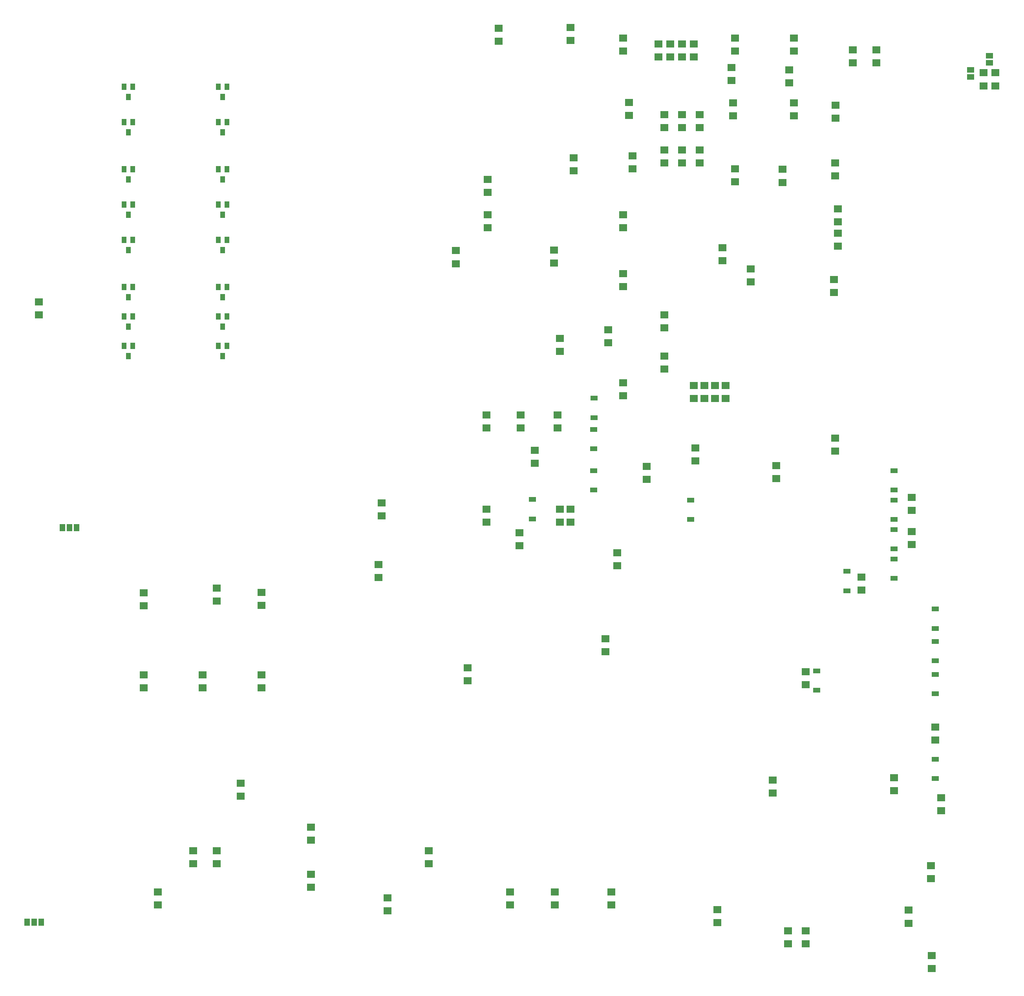
<source format=gbp>
G04 EAGLE Gerber RS-274X export*
G75*
%MOMM*%
%FSLAX34Y34*%
%LPD*%
%INSolderpaste Bottom*%
%IPPOS*%
%AMOC8*
5,1,8,0,0,1.08239X$1,22.5*%
G01*
%ADD10R,1.000000X1.400000*%
%ADD11R,1.803000X1.600000*%
%ADD12R,1.800000X1.600000*%
%ADD13R,1.600000X1.000000*%
%ADD14R,1.600200X1.168400*%
%ADD15R,1.168400X1.600200*%


D10*
X269900Y1738200D03*
X288900Y1738200D03*
X279400Y1716200D03*
X473100Y1738200D03*
X492100Y1738200D03*
X482600Y1716200D03*
X269900Y1662000D03*
X288900Y1662000D03*
X279400Y1640000D03*
X473100Y1662000D03*
X492100Y1662000D03*
X482600Y1640000D03*
X269900Y1560400D03*
X288900Y1560400D03*
X279400Y1538400D03*
X473100Y1560400D03*
X492100Y1560400D03*
X482600Y1538400D03*
X269900Y1496900D03*
X288900Y1496900D03*
X279400Y1474900D03*
X473100Y1496900D03*
X492100Y1496900D03*
X482600Y1474900D03*
X269900Y1433400D03*
X288900Y1433400D03*
X279400Y1411400D03*
X473100Y1433400D03*
X492100Y1433400D03*
X482600Y1411400D03*
X269900Y1992200D03*
X288900Y1992200D03*
X279400Y1970200D03*
X473100Y1992200D03*
X492100Y1992200D03*
X482600Y1970200D03*
X269900Y1916000D03*
X288900Y1916000D03*
X279400Y1894000D03*
X473100Y1916000D03*
X492100Y1916000D03*
X482600Y1894000D03*
X269900Y1814400D03*
X288900Y1814400D03*
X279400Y1792400D03*
X473100Y1814400D03*
X492100Y1814400D03*
X482600Y1792400D03*
D11*
X1122680Y1001780D03*
X1122680Y1030220D03*
D12*
X673100Y367000D03*
X673100Y395000D03*
X673100Y265400D03*
X673100Y293400D03*
D11*
X1051560Y1052580D03*
X1051560Y1081020D03*
D13*
X1150620Y1101770D03*
X1150620Y1059770D03*
X1282700Y1122000D03*
X1282700Y1164000D03*
X1282700Y1210900D03*
X1282700Y1252900D03*
X1283970Y1278210D03*
X1283970Y1320210D03*
D12*
X1397000Y1145510D03*
X1397000Y1173510D03*
D11*
X1155700Y1208020D03*
X1155700Y1179580D03*
X1125220Y1284220D03*
X1125220Y1255780D03*
X1962150Y187710D03*
X1962150Y216150D03*
X1739900Y171700D03*
X1739900Y143260D03*
X1701800Y171700D03*
X1701800Y143260D03*
D12*
X2010410Y312450D03*
X2010410Y284450D03*
X2011680Y90140D03*
X2011680Y118140D03*
X469900Y316200D03*
X469900Y344200D03*
D11*
X419100Y344420D03*
X419100Y315980D03*
X1210310Y1449320D03*
X1210310Y1420880D03*
X1197610Y1639820D03*
X1197610Y1611380D03*
X985520Y1638550D03*
X985520Y1610110D03*
X1054100Y1716020D03*
X1054100Y1687580D03*
X1054100Y1792220D03*
X1054100Y1763780D03*
D13*
X1764030Y732200D03*
X1764030Y690200D03*
X2019300Y499700D03*
X2019300Y541700D03*
D12*
X2032000Y458500D03*
X2032000Y430500D03*
D11*
X2019300Y611120D03*
X2019300Y582680D03*
D13*
X1930400Y973500D03*
X1930400Y931500D03*
D12*
X1968500Y1004540D03*
X1968500Y1032540D03*
D13*
X1828800Y946830D03*
X1828800Y904830D03*
D12*
X1860550Y934750D03*
X1860550Y906750D03*
D13*
X1930400Y995000D03*
X1930400Y1037000D03*
X1930400Y1058500D03*
X1930400Y1100500D03*
X1930400Y1122000D03*
X1930400Y1164000D03*
D12*
X1968500Y1078200D03*
X1968500Y1106200D03*
X1809750Y1728500D03*
X1809750Y1700500D03*
X1800860Y1576100D03*
X1800860Y1548100D03*
X1435100Y1411000D03*
X1435100Y1383000D03*
X1435100Y1471900D03*
X1435100Y1499900D03*
D13*
X1492250Y1100500D03*
X1492250Y1058500D03*
D11*
X1473200Y1903480D03*
X1473200Y1931920D03*
X1435100Y1903480D03*
X1435100Y1931920D03*
D12*
X1511300Y1931700D03*
X1511300Y1903700D03*
D11*
X1704340Y2028440D03*
X1704340Y2000000D03*
X1579880Y2033520D03*
X1579880Y2005080D03*
X1714500Y1928880D03*
X1714500Y1957320D03*
X1714500Y2097020D03*
X1714500Y2068580D03*
D12*
X1587500Y2096800D03*
X1587500Y2068800D03*
D11*
X1690370Y1785370D03*
X1690370Y1813810D03*
X1587500Y1786640D03*
X1587500Y1815080D03*
X1892300Y2043180D03*
X1892300Y2071620D03*
X1841500Y2043180D03*
X1841500Y2071620D03*
X2123440Y1993650D03*
X2123440Y2022090D03*
X2148840Y1993650D03*
X2148840Y2022090D03*
D12*
X1583690Y1957100D03*
X1583690Y1929100D03*
X1422400Y2084100D03*
X1422400Y2056100D03*
D11*
X1435100Y1827280D03*
X1435100Y1855720D03*
D12*
X1498600Y2084100D03*
X1498600Y2056100D03*
X1511300Y1855500D03*
X1511300Y1827500D03*
D11*
X1473200Y1827280D03*
X1473200Y1855720D03*
X1447800Y2084320D03*
X1447800Y2055880D03*
X1473200Y2055880D03*
X1473200Y2084320D03*
X1502410Y1213100D03*
X1502410Y1184660D03*
X1498600Y1347720D03*
X1498600Y1319280D03*
X1544320Y1319280D03*
X1544320Y1347720D03*
X1521460Y1347720D03*
X1521460Y1319280D03*
D12*
X1567180Y1319500D03*
X1567180Y1347500D03*
X1676400Y1146780D03*
X1676400Y1174780D03*
D13*
X2019300Y724580D03*
X2019300Y682580D03*
X2019300Y795700D03*
X2019300Y753700D03*
X2019300Y865550D03*
X2019300Y823550D03*
D12*
X1346200Y2096800D03*
X1346200Y2068800D03*
X1358900Y1958370D03*
X1358900Y1930370D03*
X1233170Y2091660D03*
X1233170Y2119660D03*
X1078230Y2090390D03*
X1078230Y2118390D03*
X1804670Y1952020D03*
X1804670Y1924020D03*
X1803400Y1827560D03*
X1803400Y1799560D03*
X1366520Y1842800D03*
X1366520Y1814800D03*
X1239520Y1810990D03*
X1239520Y1838990D03*
X1809750Y1676430D03*
X1809750Y1648430D03*
X1621790Y1570960D03*
X1621790Y1598960D03*
X1560830Y1616680D03*
X1560830Y1644680D03*
X1346200Y1715800D03*
X1346200Y1687800D03*
X1346200Y1588800D03*
X1346200Y1560800D03*
X1314450Y1468150D03*
X1314450Y1440150D03*
X86360Y1527840D03*
X86360Y1499840D03*
X1803400Y1206470D03*
X1803400Y1234470D03*
X1346200Y1353850D03*
X1346200Y1325850D03*
X1205230Y1256000D03*
X1205230Y1284000D03*
X1051560Y1256000D03*
X1051560Y1284000D03*
X521970Y462250D03*
X521970Y490250D03*
X1333500Y958820D03*
X1333500Y986820D03*
X1308100Y801400D03*
X1308100Y773400D03*
X1233170Y1052800D03*
X1233170Y1080800D03*
X1210310Y1052800D03*
X1210310Y1080800D03*
X819150Y961420D03*
X819150Y933420D03*
X825500Y1066770D03*
X825500Y1094770D03*
X566420Y901730D03*
X566420Y873730D03*
X469900Y910620D03*
X469900Y882620D03*
X312420Y900460D03*
X312420Y872460D03*
X1739900Y702280D03*
X1739900Y730280D03*
X1010920Y739170D03*
X1010920Y711170D03*
X566420Y723930D03*
X566420Y695930D03*
X439420Y723930D03*
X439420Y695930D03*
X312420Y723930D03*
X312420Y695930D03*
X1930400Y473680D03*
X1930400Y501680D03*
X1668780Y468600D03*
X1668780Y496600D03*
X1320800Y255300D03*
X1320800Y227300D03*
X1198880Y255300D03*
X1198880Y227300D03*
X1549400Y189200D03*
X1549400Y217200D03*
X1102360Y255300D03*
X1102360Y227300D03*
X927100Y344200D03*
X927100Y316200D03*
X838200Y242600D03*
X838200Y214600D03*
X342900Y255300D03*
X342900Y227300D03*
D14*
X2136140Y2043430D03*
X2136140Y2058670D03*
X2095500Y2028190D03*
X2095500Y2012950D03*
D15*
X137160Y1041400D03*
X152400Y1041400D03*
X167640Y1041400D03*
X91440Y190500D03*
X76200Y190500D03*
X60960Y190500D03*
M02*

</source>
